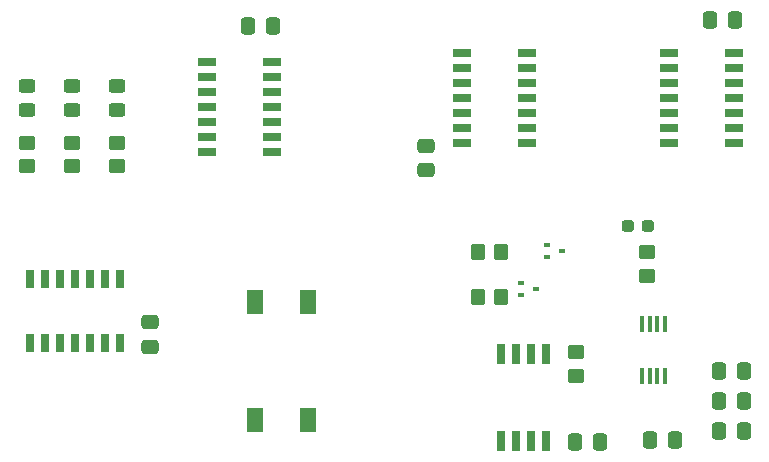
<source format=gbr>
%TF.GenerationSoftware,KiCad,Pcbnew,(6.0.5)*%
%TF.CreationDate,2022-06-24T11:28:33+01:00*%
%TF.ProjectId,Driver PCB,44726976-6572-4205-9043-422e6b696361,0*%
%TF.SameCoordinates,Original*%
%TF.FileFunction,Paste,Top*%
%TF.FilePolarity,Positive*%
%FSLAX46Y46*%
G04 Gerber Fmt 4.6, Leading zero omitted, Abs format (unit mm)*
G04 Created by KiCad (PCBNEW (6.0.5)) date 2022-06-24 11:28:33*
%MOMM*%
%LPD*%
G01*
G04 APERTURE LIST*
G04 Aperture macros list*
%AMRoundRect*
0 Rectangle with rounded corners*
0 $1 Rounding radius*
0 $2 $3 $4 $5 $6 $7 $8 $9 X,Y pos of 4 corners*
0 Add a 4 corners polygon primitive as box body*
4,1,4,$2,$3,$4,$5,$6,$7,$8,$9,$2,$3,0*
0 Add four circle primitives for the rounded corners*
1,1,$1+$1,$2,$3*
1,1,$1+$1,$4,$5*
1,1,$1+$1,$6,$7*
1,1,$1+$1,$8,$9*
0 Add four rect primitives between the rounded corners*
20,1,$1+$1,$2,$3,$4,$5,0*
20,1,$1+$1,$4,$5,$6,$7,0*
20,1,$1+$1,$6,$7,$8,$9,0*
20,1,$1+$1,$8,$9,$2,$3,0*%
G04 Aperture macros list end*
%ADD10R,0.650000X1.550000*%
%ADD11RoundRect,0.250000X0.450000X-0.350000X0.450000X0.350000X-0.450000X0.350000X-0.450000X-0.350000X0*%
%ADD12R,0.510000X0.400000*%
%ADD13R,1.550000X0.650000*%
%ADD14RoundRect,0.250000X-0.337500X-0.475000X0.337500X-0.475000X0.337500X0.475000X-0.337500X0.475000X0*%
%ADD15RoundRect,0.250000X0.337500X0.475000X-0.337500X0.475000X-0.337500X-0.475000X0.337500X-0.475000X0*%
%ADD16RoundRect,0.250000X-0.450000X0.350000X-0.450000X-0.350000X0.450000X-0.350000X0.450000X0.350000X0*%
%ADD17RoundRect,0.250000X0.450000X-0.325000X0.450000X0.325000X-0.450000X0.325000X-0.450000X-0.325000X0*%
%ADD18RoundRect,0.237500X0.287500X0.237500X-0.287500X0.237500X-0.287500X-0.237500X0.287500X-0.237500X0*%
%ADD19R,0.650000X1.700000*%
%ADD20RoundRect,0.250000X-0.475000X0.337500X-0.475000X-0.337500X0.475000X-0.337500X0.475000X0.337500X0*%
%ADD21RoundRect,0.250000X0.475000X-0.337500X0.475000X0.337500X-0.475000X0.337500X-0.475000X-0.337500X0*%
%ADD22RoundRect,0.250000X0.350000X0.450000X-0.350000X0.450000X-0.350000X-0.450000X0.350000X-0.450000X0*%
%ADD23R,1.400000X2.100000*%
%ADD24R,0.450000X1.425000*%
G04 APERTURE END LIST*
D10*
%TO.C,IC4*%
X102870000Y-85921000D03*
X101600000Y-85921000D03*
X100330000Y-85921000D03*
X99060000Y-85921000D03*
X97790000Y-85921000D03*
X96520000Y-85921000D03*
X95250000Y-85921000D03*
X95250000Y-91371000D03*
X96520000Y-91371000D03*
X97790000Y-91371000D03*
X99060000Y-91371000D03*
X100330000Y-91371000D03*
X101600000Y-91371000D03*
X102870000Y-91371000D03*
%TD*%
D11*
%TO.C,R3*%
X94996000Y-74431000D03*
X94996000Y-76431000D03*
%TD*%
D12*
%TO.C,Q2*%
X136870600Y-86317200D03*
X136870600Y-87317200D03*
X138160600Y-86817200D03*
%TD*%
D13*
%TO.C,IC3*%
X149421000Y-66802000D03*
X149421000Y-68072000D03*
X149421000Y-69342000D03*
X149421000Y-70612000D03*
X149421000Y-71882000D03*
X149421000Y-73152000D03*
X149421000Y-74422000D03*
X154871000Y-74422000D03*
X154871000Y-73152000D03*
X154871000Y-71882000D03*
X154871000Y-70612000D03*
X154871000Y-69342000D03*
X154871000Y-68072000D03*
X154871000Y-66802000D03*
%TD*%
%TO.C,IC2*%
X115755000Y-67564000D03*
X115755000Y-68834000D03*
X115755000Y-70104000D03*
X115755000Y-71374000D03*
X115755000Y-72644000D03*
X115755000Y-73914000D03*
X115755000Y-75184000D03*
X110305000Y-75184000D03*
X110305000Y-73914000D03*
X110305000Y-72644000D03*
X110305000Y-71374000D03*
X110305000Y-70104000D03*
X110305000Y-68834000D03*
X110305000Y-67564000D03*
%TD*%
D14*
%TO.C,C8*%
X143531500Y-99800500D03*
X141456500Y-99800500D03*
%TD*%
D12*
%TO.C,Q1*%
X139055000Y-83066000D03*
X139055000Y-84066000D03*
X140345000Y-83566000D03*
%TD*%
D11*
%TO.C,R2*%
X98806000Y-76431000D03*
X98806000Y-74431000D03*
%TD*%
D15*
%TO.C,C3*%
X155702000Y-98806000D03*
X153627000Y-98806000D03*
%TD*%
D16*
%TO.C,R7*%
X147520739Y-83668761D03*
X147520739Y-85668761D03*
%TD*%
D14*
%TO.C,C9*%
X149860000Y-99568000D03*
X147785000Y-99568000D03*
%TD*%
D17*
%TO.C,D1*%
X102616000Y-71646000D03*
X102616000Y-69596000D03*
%TD*%
D15*
%TO.C,C2*%
X155702000Y-96266000D03*
X153627000Y-96266000D03*
%TD*%
D17*
%TO.C,D3*%
X94996000Y-71646000D03*
X94996000Y-69596000D03*
%TD*%
D18*
%TO.C,D4*%
X147645000Y-81507022D03*
X145895000Y-81507022D03*
%TD*%
D16*
%TO.C,R6*%
X141478000Y-94180500D03*
X141478000Y-92180500D03*
%TD*%
D17*
%TO.C,D2*%
X98806000Y-71646000D03*
X98806000Y-69596000D03*
%TD*%
D15*
%TO.C,C5*%
X115824000Y-64516000D03*
X113749000Y-64516000D03*
%TD*%
D19*
%TO.C,U10*%
X138938000Y-99640500D03*
X137668000Y-99640500D03*
X136398000Y-99640500D03*
X135128000Y-99640500D03*
X135128000Y-92340500D03*
X136398000Y-92340500D03*
X137668000Y-92340500D03*
X138938000Y-92340500D03*
%TD*%
D20*
%TO.C,C4*%
X128778000Y-74676000D03*
X128778000Y-76751000D03*
%TD*%
D21*
%TO.C,C7*%
X105410000Y-91694000D03*
X105410000Y-89619000D03*
%TD*%
D22*
%TO.C,R5*%
X133185739Y-87478761D03*
X135185739Y-87478761D03*
%TD*%
%TO.C,R4*%
X133185739Y-83668761D03*
X135185739Y-83668761D03*
%TD*%
D15*
%TO.C,C1*%
X155702000Y-93726000D03*
X153627000Y-93726000D03*
%TD*%
D23*
%TO.C,SW1*%
X114336000Y-97876000D03*
X114336000Y-87876000D03*
X118836000Y-97876000D03*
X118836000Y-87876000D03*
%TD*%
D11*
%TO.C,R1*%
X102616000Y-76431000D03*
X102616000Y-74431000D03*
%TD*%
D15*
%TO.C,C6*%
X154940000Y-64008000D03*
X152865000Y-64008000D03*
%TD*%
D13*
%TO.C,IC1*%
X137323500Y-74422000D03*
X137323500Y-73152000D03*
X137323500Y-71882000D03*
X137323500Y-70612000D03*
X137323500Y-69342000D03*
X137323500Y-68072000D03*
X137323500Y-66802000D03*
X131873500Y-66802000D03*
X131873500Y-68072000D03*
X131873500Y-69342000D03*
X131873500Y-70612000D03*
X131873500Y-71882000D03*
X131873500Y-73152000D03*
X131873500Y-74422000D03*
%TD*%
D24*
%TO.C,IC5*%
X149057000Y-89736000D03*
X148407000Y-89736000D03*
X147757000Y-89736000D03*
X147107000Y-89736000D03*
X147107000Y-94160000D03*
X147757000Y-94160000D03*
X148407000Y-94160000D03*
X149057000Y-94160000D03*
%TD*%
M02*

</source>
